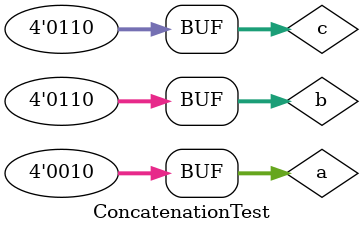
<source format=v>
`timescale 1ns / 1ps


module ConcatenationTest;

	// Inputs
	reg [3:0] a;
	reg [3:0] b;
	reg [3:0] c;

	// Outputs
	wire [11:0] d;

	// Instantiate the Unit Under Test (UUT)
	ConcatenationAndReplication uut (
		.a(a), 
		.b(b), 
		.c(c), 
		.d(d)
	);

	initial begin
		// Initialize Inputs
		a = 0;
		b = 0;
		c = 0;

		// Wait 100 ns for global reset to finish
		#100;
		a = 1111;
		b = -4'd5;
		c = 0;

		// Wait 100 ns for global reset to finish
		#100;
		a = 1010;
		b = 1110;
		c = 1110;

		// Wait 100 ns for global reset to finish
		#100;
        
		// Add stimulus here

	end
      
endmodule


</source>
